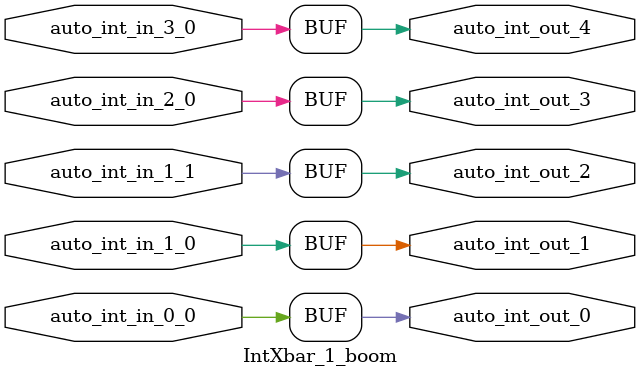
<source format=sv>
`ifndef RANDOMIZE
  `ifdef RANDOMIZE_REG_INIT
    `define RANDOMIZE
  `endif // RANDOMIZE_REG_INIT
`endif // not def RANDOMIZE
`ifndef RANDOMIZE
  `ifdef RANDOMIZE_MEM_INIT
    `define RANDOMIZE
  `endif // RANDOMIZE_MEM_INIT
`endif // not def RANDOMIZE

`ifndef RANDOM
  `define RANDOM $random
`endif // not def RANDOM

// Users can define 'PRINTF_COND' to add an extra gate to prints.
`ifndef PRINTF_COND_
  `ifdef PRINTF_COND
    `define PRINTF_COND_ (`PRINTF_COND)
  `else  // PRINTF_COND
    `define PRINTF_COND_ 1
  `endif // PRINTF_COND
`endif // not def PRINTF_COND_

// Users can define 'ASSERT_VERBOSE_COND' to add an extra gate to assert error printing.
`ifndef ASSERT_VERBOSE_COND_
  `ifdef ASSERT_VERBOSE_COND
    `define ASSERT_VERBOSE_COND_ (`ASSERT_VERBOSE_COND)
  `else  // ASSERT_VERBOSE_COND
    `define ASSERT_VERBOSE_COND_ 1
  `endif // ASSERT_VERBOSE_COND
`endif // not def ASSERT_VERBOSE_COND_

// Users can define 'STOP_COND' to add an extra gate to stop conditions.
`ifndef STOP_COND_
  `ifdef STOP_COND
    `define STOP_COND_ (`STOP_COND)
  `else  // STOP_COND
    `define STOP_COND_ 1
  `endif // STOP_COND
`endif // not def STOP_COND_

// Users can define INIT_RANDOM as general code that gets injected into the
// initializer block for modules with registers.
`ifndef INIT_RANDOM
  `define INIT_RANDOM
`endif // not def INIT_RANDOM

// If using random initialization, you can also define RANDOMIZE_DELAY to
// customize the delay used, otherwise 0.002 is used.
`ifndef RANDOMIZE_DELAY
  `define RANDOMIZE_DELAY 0.002
`endif // not def RANDOMIZE_DELAY

// Define INIT_RANDOM_PROLOG_ for use in our modules below.
`ifndef INIT_RANDOM_PROLOG_
  `ifdef RANDOMIZE
    `ifdef VERILATOR
      `define INIT_RANDOM_PROLOG_ `INIT_RANDOM
    `else  // VERILATOR
      `define INIT_RANDOM_PROLOG_ `INIT_RANDOM #`RANDOMIZE_DELAY begin end
    `endif // VERILATOR
  `else  // RANDOMIZE
    `define INIT_RANDOM_PROLOG_
  `endif // RANDOMIZE
`endif // not def INIT_RANDOM_PROLOG_

module IntXbar_1_boom(
  input  auto_int_in_3_0,
         auto_int_in_2_0,
         auto_int_in_1_0,
         auto_int_in_1_1,
         auto_int_in_0_0,
  output auto_int_out_0,
         auto_int_out_1,
         auto_int_out_2,
         auto_int_out_3,
         auto_int_out_4
);

  assign auto_int_out_0 = auto_int_in_0_0;
  assign auto_int_out_1 = auto_int_in_1_0;
  assign auto_int_out_2 = auto_int_in_1_1;
  assign auto_int_out_3 = auto_int_in_2_0;
  assign auto_int_out_4 = auto_int_in_3_0;
endmodule


</source>
